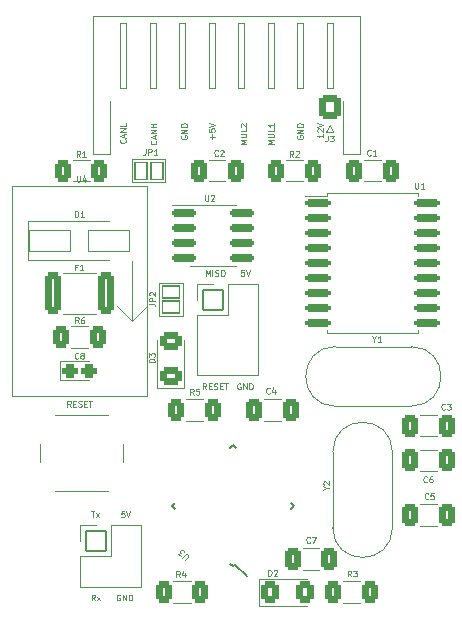
<source format=gto>
G04 #@! TF.GenerationSoftware,KiCad,Pcbnew,(6.0.9)*
G04 #@! TF.CreationDate,2023-01-15T18:07:45+00:00*
G04 #@! TF.ProjectId,CanBus-Radio-VAG,43616e42-7573-42d5-9261-64696f2d5641,1.0*
G04 #@! TF.SameCoordinates,Original*
G04 #@! TF.FileFunction,Legend,Top*
G04 #@! TF.FilePolarity,Positive*
%FSLAX46Y46*%
G04 Gerber Fmt 4.6, Leading zero omitted, Abs format (unit mm)*
G04 Created by KiCad (PCBNEW (6.0.9)) date 2023-01-15 18:07:45*
%MOMM*%
%LPD*%
G01*
G04 APERTURE LIST*
G04 Aperture macros list*
%AMRoundRect*
0 Rectangle with rounded corners*
0 $1 Rounding radius*
0 $2 $3 $4 $5 $6 $7 $8 $9 X,Y pos of 4 corners*
0 Add a 4 corners polygon primitive as box body*
4,1,4,$2,$3,$4,$5,$6,$7,$8,$9,$2,$3,0*
0 Add four circle primitives for the rounded corners*
1,1,$1+$1,$2,$3*
1,1,$1+$1,$4,$5*
1,1,$1+$1,$6,$7*
1,1,$1+$1,$8,$9*
0 Add four rect primitives between the rounded corners*
20,1,$1+$1,$2,$3,$4,$5,0*
20,1,$1+$1,$4,$5,$6,$7,0*
20,1,$1+$1,$6,$7,$8,$9,0*
20,1,$1+$1,$8,$9,$2,$3,0*%
G04 Aperture macros list end*
%ADD10C,0.125000*%
%ADD11C,0.120000*%
%ADD12C,0.150000*%
%ADD13C,2.102000*%
%ADD14C,4.502000*%
%ADD15RoundRect,0.051000X-1.750000X-0.900000X1.750000X-0.900000X1.750000X0.900000X-1.750000X0.900000X0*%
%ADD16RoundRect,0.051000X0.371231X0.760140X-0.760140X-0.371231X-0.371231X-0.760140X0.760140X0.371231X0*%
%ADD17RoundRect,0.051000X0.760140X-0.371231X-0.371231X0.760140X-0.760140X0.371231X0.371231X-0.760140X0*%
%ADD18C,1.602000*%
%ADD19RoundRect,0.201000X-0.825000X-0.150000X0.825000X-0.150000X0.825000X0.150000X-0.825000X0.150000X0*%
%ADD20RoundRect,0.201000X-0.875000X-0.150000X0.875000X-0.150000X0.875000X0.150000X-0.875000X0.150000X0*%
%ADD21RoundRect,0.301000X-0.400000X-0.625000X0.400000X-0.625000X0.400000X0.625000X-0.400000X0.625000X0*%
%ADD22RoundRect,0.301000X0.400000X0.625000X-0.400000X0.625000X-0.400000X-0.625000X0.400000X-0.625000X0*%
%ADD23RoundRect,0.051000X-0.750000X0.500000X-0.750000X-0.500000X0.750000X-0.500000X0.750000X0.500000X0*%
%ADD24RoundRect,0.051000X0.500000X0.750000X-0.500000X0.750000X-0.500000X-0.750000X0.500000X-0.750000X0*%
%ADD25O,1.802000X2.052000*%
%ADD26RoundRect,0.301000X0.600000X0.725000X-0.600000X0.725000X-0.600000X-0.725000X0.600000X-0.725000X0*%
%ADD27O,1.802000X1.802000*%
%ADD28RoundRect,0.051000X-0.850000X-0.850000X0.850000X-0.850000X0.850000X0.850000X-0.850000X0.850000X0*%
%ADD29RoundRect,0.301000X0.400000X1.450000X-0.400000X1.450000X-0.400000X-1.450000X0.400000X-1.450000X0*%
%ADD30RoundRect,0.301001X0.624999X-0.462499X0.624999X0.462499X-0.624999X0.462499X-0.624999X-0.462499X0*%
%ADD31RoundRect,0.301001X-0.462499X-0.624999X0.462499X-0.624999X0.462499X0.624999X-0.462499X0.624999X0*%
%ADD32RoundRect,0.301000X-0.375000X-0.275000X0.375000X-0.275000X0.375000X0.275000X-0.375000X0.275000X0*%
%ADD33RoundRect,0.301000X-0.412500X-0.650000X0.412500X-0.650000X0.412500X0.650000X-0.412500X0.650000X0*%
%ADD34RoundRect,0.301000X0.412500X0.650000X-0.412500X0.650000X-0.412500X-0.650000X0.412500X-0.650000X0*%
G04 APERTURE END LIST*
D10*
X98193990Y-54817923D02*
X98193990Y-55103638D01*
X98193990Y-54960780D02*
X97693990Y-54960780D01*
X97765419Y-55008400D01*
X97813038Y-55056019D01*
X97836847Y-55103638D01*
X97741609Y-54627447D02*
X97717800Y-54603638D01*
X97693990Y-54556019D01*
X97693990Y-54436971D01*
X97717800Y-54389352D01*
X97741609Y-54365542D01*
X97789228Y-54341733D01*
X97836847Y-54341733D01*
X97908276Y-54365542D01*
X98193990Y-54651257D01*
X98193990Y-54341733D01*
X97693990Y-54198876D02*
X98193990Y-54032209D01*
X97693990Y-53865542D01*
X95990600Y-54960781D02*
X95966790Y-55008400D01*
X95966790Y-55079829D01*
X95990600Y-55151257D01*
X96038219Y-55198876D01*
X96085838Y-55222686D01*
X96181076Y-55246495D01*
X96252504Y-55246495D01*
X96347742Y-55222686D01*
X96395361Y-55198876D01*
X96442980Y-55151257D01*
X96466790Y-55079829D01*
X96466790Y-55032209D01*
X96442980Y-54960781D01*
X96419171Y-54936971D01*
X96252504Y-54936971D01*
X96252504Y-55032209D01*
X96466790Y-54722686D02*
X95966790Y-54722686D01*
X96466790Y-54436971D01*
X95966790Y-54436971D01*
X96466790Y-54198876D02*
X95966790Y-54198876D01*
X95966790Y-54079829D01*
X95990600Y-54008400D01*
X96038219Y-53960781D01*
X96085838Y-53936971D01*
X96181076Y-53913162D01*
X96252504Y-53913162D01*
X96347742Y-53936971D01*
X96395361Y-53960781D01*
X96442980Y-54008400D01*
X96466790Y-54079829D01*
X96466790Y-54198876D01*
X94028390Y-55675066D02*
X93528390Y-55675066D01*
X93885533Y-55508399D01*
X93528390Y-55341733D01*
X94028390Y-55341733D01*
X93528390Y-55103638D02*
X93933152Y-55103638D01*
X93980771Y-55079828D01*
X94004580Y-55056019D01*
X94028390Y-55008399D01*
X94028390Y-54913161D01*
X94004580Y-54865542D01*
X93980771Y-54841733D01*
X93933152Y-54817923D01*
X93528390Y-54817923D01*
X94028390Y-54341733D02*
X94028390Y-54579828D01*
X93528390Y-54579828D01*
X94028390Y-53913161D02*
X94028390Y-54198876D01*
X94028390Y-54056019D02*
X93528390Y-54056019D01*
X93599819Y-54103638D01*
X93647438Y-54151257D01*
X93671247Y-54198876D01*
X91691590Y-55675066D02*
X91191590Y-55675066D01*
X91548733Y-55508399D01*
X91191590Y-55341733D01*
X91691590Y-55341733D01*
X91191590Y-55103638D02*
X91596352Y-55103638D01*
X91643971Y-55079828D01*
X91667780Y-55056019D01*
X91691590Y-55008399D01*
X91691590Y-54913161D01*
X91667780Y-54865542D01*
X91643971Y-54841733D01*
X91596352Y-54817923D01*
X91191590Y-54817923D01*
X91691590Y-54341733D02*
X91691590Y-54579828D01*
X91191590Y-54579828D01*
X91239209Y-54198876D02*
X91215400Y-54175066D01*
X91191590Y-54127447D01*
X91191590Y-54008399D01*
X91215400Y-53960780D01*
X91239209Y-53936971D01*
X91286828Y-53913161D01*
X91334447Y-53913161D01*
X91405876Y-53936971D01*
X91691590Y-54222685D01*
X91691590Y-53913161D01*
X88808714Y-55222686D02*
X88808714Y-54841733D01*
X88999190Y-55032209D02*
X88618238Y-55032209D01*
X88499190Y-54365543D02*
X88499190Y-54603638D01*
X88737285Y-54627448D01*
X88713476Y-54603638D01*
X88689666Y-54556019D01*
X88689666Y-54436971D01*
X88713476Y-54389352D01*
X88737285Y-54365543D01*
X88784904Y-54341733D01*
X88903952Y-54341733D01*
X88951571Y-54365543D01*
X88975380Y-54389352D01*
X88999190Y-54436971D01*
X88999190Y-54556019D01*
X88975380Y-54603638D01*
X88951571Y-54627448D01*
X88499190Y-54198876D02*
X88999190Y-54032209D01*
X88499190Y-53865543D01*
X86186200Y-54960781D02*
X86162390Y-55008400D01*
X86162390Y-55079829D01*
X86186200Y-55151257D01*
X86233819Y-55198876D01*
X86281438Y-55222686D01*
X86376676Y-55246495D01*
X86448104Y-55246495D01*
X86543342Y-55222686D01*
X86590961Y-55198876D01*
X86638580Y-55151257D01*
X86662390Y-55079829D01*
X86662390Y-55032209D01*
X86638580Y-54960781D01*
X86614771Y-54936971D01*
X86448104Y-54936971D01*
X86448104Y-55032209D01*
X86662390Y-54722686D02*
X86162390Y-54722686D01*
X86662390Y-54436971D01*
X86162390Y-54436971D01*
X86662390Y-54198876D02*
X86162390Y-54198876D01*
X86162390Y-54079829D01*
X86186200Y-54008400D01*
X86233819Y-53960781D01*
X86281438Y-53936971D01*
X86376676Y-53913162D01*
X86448104Y-53913162D01*
X86543342Y-53936971D01*
X86590961Y-53960781D01*
X86638580Y-54008400D01*
X86662390Y-54079829D01*
X86662390Y-54198876D01*
X84023971Y-55389352D02*
X84047780Y-55413161D01*
X84071590Y-55484590D01*
X84071590Y-55532209D01*
X84047780Y-55603638D01*
X84000161Y-55651257D01*
X83952542Y-55675066D01*
X83857304Y-55698876D01*
X83785876Y-55698876D01*
X83690638Y-55675066D01*
X83643019Y-55651257D01*
X83595400Y-55603638D01*
X83571590Y-55532209D01*
X83571590Y-55484590D01*
X83595400Y-55413161D01*
X83619209Y-55389352D01*
X83928733Y-55198876D02*
X83928733Y-54960780D01*
X84071590Y-55246495D02*
X83571590Y-55079828D01*
X84071590Y-54913161D01*
X84071590Y-54746495D02*
X83571590Y-54746495D01*
X84071590Y-54460780D01*
X83571590Y-54460780D01*
X84071590Y-54222685D02*
X83571590Y-54222685D01*
X83809685Y-54222685D02*
X83809685Y-53936971D01*
X84071590Y-53936971D02*
X83571590Y-53936971D01*
X81433171Y-55270305D02*
X81456980Y-55294115D01*
X81480790Y-55365543D01*
X81480790Y-55413162D01*
X81456980Y-55484591D01*
X81409361Y-55532210D01*
X81361742Y-55556019D01*
X81266504Y-55579829D01*
X81195076Y-55579829D01*
X81099838Y-55556019D01*
X81052219Y-55532210D01*
X81004600Y-55484591D01*
X80980790Y-55413162D01*
X80980790Y-55365543D01*
X81004600Y-55294115D01*
X81028409Y-55270305D01*
X81337933Y-55079829D02*
X81337933Y-54841734D01*
X81480790Y-55127448D02*
X80980790Y-54960781D01*
X81480790Y-54794115D01*
X81480790Y-54627448D02*
X80980790Y-54627448D01*
X81480790Y-54341734D01*
X80980790Y-54341734D01*
X81480790Y-53865543D02*
X81480790Y-54103638D01*
X80980790Y-54103638D01*
X76820009Y-77899390D02*
X76653342Y-77661295D01*
X76534295Y-77899390D02*
X76534295Y-77399390D01*
X76724771Y-77399390D01*
X76772390Y-77423200D01*
X76796200Y-77447009D01*
X76820009Y-77494628D01*
X76820009Y-77566057D01*
X76796200Y-77613676D01*
X76772390Y-77637485D01*
X76724771Y-77661295D01*
X76534295Y-77661295D01*
X77034295Y-77637485D02*
X77200961Y-77637485D01*
X77272390Y-77899390D02*
X77034295Y-77899390D01*
X77034295Y-77399390D01*
X77272390Y-77399390D01*
X77462866Y-77875580D02*
X77534295Y-77899390D01*
X77653342Y-77899390D01*
X77700961Y-77875580D01*
X77724771Y-77851771D01*
X77748580Y-77804152D01*
X77748580Y-77756533D01*
X77724771Y-77708914D01*
X77700961Y-77685104D01*
X77653342Y-77661295D01*
X77558104Y-77637485D01*
X77510485Y-77613676D01*
X77486676Y-77589866D01*
X77462866Y-77542247D01*
X77462866Y-77494628D01*
X77486676Y-77447009D01*
X77510485Y-77423200D01*
X77558104Y-77399390D01*
X77677152Y-77399390D01*
X77748580Y-77423200D01*
X77962866Y-77637485D02*
X78129533Y-77637485D01*
X78200961Y-77899390D02*
X77962866Y-77899390D01*
X77962866Y-77399390D01*
X78200961Y-77399390D01*
X78343819Y-77399390D02*
X78629533Y-77399390D01*
X78486676Y-77899390D02*
X78486676Y-77399390D01*
X91186047Y-75950000D02*
X91138428Y-75926190D01*
X91067000Y-75926190D01*
X90995571Y-75950000D01*
X90947952Y-75997619D01*
X90924142Y-76045238D01*
X90900333Y-76140476D01*
X90900333Y-76211904D01*
X90924142Y-76307142D01*
X90947952Y-76354761D01*
X90995571Y-76402380D01*
X91067000Y-76426190D01*
X91114619Y-76426190D01*
X91186047Y-76402380D01*
X91209857Y-76378571D01*
X91209857Y-76211904D01*
X91114619Y-76211904D01*
X91424142Y-76426190D02*
X91424142Y-75926190D01*
X91709857Y-76426190D01*
X91709857Y-75926190D01*
X91947952Y-76426190D02*
X91947952Y-75926190D01*
X92067000Y-75926190D01*
X92138428Y-75950000D01*
X92186047Y-75997619D01*
X92209857Y-76045238D01*
X92233666Y-76140476D01*
X92233666Y-76211904D01*
X92209857Y-76307142D01*
X92186047Y-76354761D01*
X92138428Y-76402380D01*
X92067000Y-76426190D01*
X91947952Y-76426190D01*
X88300809Y-76426190D02*
X88134142Y-76188095D01*
X88015095Y-76426190D02*
X88015095Y-75926190D01*
X88205571Y-75926190D01*
X88253190Y-75950000D01*
X88277000Y-75973809D01*
X88300809Y-76021428D01*
X88300809Y-76092857D01*
X88277000Y-76140476D01*
X88253190Y-76164285D01*
X88205571Y-76188095D01*
X88015095Y-76188095D01*
X88515095Y-76164285D02*
X88681761Y-76164285D01*
X88753190Y-76426190D02*
X88515095Y-76426190D01*
X88515095Y-75926190D01*
X88753190Y-75926190D01*
X88943666Y-76402380D02*
X89015095Y-76426190D01*
X89134142Y-76426190D01*
X89181761Y-76402380D01*
X89205571Y-76378571D01*
X89229380Y-76330952D01*
X89229380Y-76283333D01*
X89205571Y-76235714D01*
X89181761Y-76211904D01*
X89134142Y-76188095D01*
X89038904Y-76164285D01*
X88991285Y-76140476D01*
X88967476Y-76116666D01*
X88943666Y-76069047D01*
X88943666Y-76021428D01*
X88967476Y-75973809D01*
X88991285Y-75950000D01*
X89038904Y-75926190D01*
X89157952Y-75926190D01*
X89229380Y-75950000D01*
X89443666Y-76164285D02*
X89610333Y-76164285D01*
X89681761Y-76426190D02*
X89443666Y-76426190D01*
X89443666Y-75926190D01*
X89681761Y-75926190D01*
X89824619Y-75926190D02*
X90110333Y-75926190D01*
X89967476Y-76426190D02*
X89967476Y-75926190D01*
X91471761Y-66324990D02*
X91233666Y-66324990D01*
X91209857Y-66563085D01*
X91233666Y-66539276D01*
X91281285Y-66515466D01*
X91400333Y-66515466D01*
X91447952Y-66539276D01*
X91471761Y-66563085D01*
X91495571Y-66610704D01*
X91495571Y-66729752D01*
X91471761Y-66777371D01*
X91447952Y-66801180D01*
X91400333Y-66824990D01*
X91281285Y-66824990D01*
X91233666Y-66801180D01*
X91209857Y-66777371D01*
X91638428Y-66324990D02*
X91805095Y-66824990D01*
X91971761Y-66324990D01*
X88241285Y-66824990D02*
X88241285Y-66324990D01*
X88407952Y-66682133D01*
X88574619Y-66324990D01*
X88574619Y-66824990D01*
X88812714Y-66824990D02*
X88812714Y-66324990D01*
X89027000Y-66801180D02*
X89098428Y-66824990D01*
X89217476Y-66824990D01*
X89265095Y-66801180D01*
X89288904Y-66777371D01*
X89312714Y-66729752D01*
X89312714Y-66682133D01*
X89288904Y-66634514D01*
X89265095Y-66610704D01*
X89217476Y-66586895D01*
X89122238Y-66563085D01*
X89074619Y-66539276D01*
X89050809Y-66515466D01*
X89027000Y-66467847D01*
X89027000Y-66420228D01*
X89050809Y-66372609D01*
X89074619Y-66348800D01*
X89122238Y-66324990D01*
X89241285Y-66324990D01*
X89312714Y-66348800D01*
X89622238Y-66324990D02*
X89717476Y-66324990D01*
X89765095Y-66348800D01*
X89812714Y-66396419D01*
X89836523Y-66491657D01*
X89836523Y-66658323D01*
X89812714Y-66753561D01*
X89765095Y-66801180D01*
X89717476Y-66824990D01*
X89622238Y-66824990D01*
X89574619Y-66801180D01*
X89527000Y-66753561D01*
X89503190Y-66658323D01*
X89503190Y-66491657D01*
X89527000Y-66396419D01*
X89574619Y-66348800D01*
X89622238Y-66324990D01*
X81362561Y-86746590D02*
X81124466Y-86746590D01*
X81100657Y-86984685D01*
X81124466Y-86960876D01*
X81172085Y-86937066D01*
X81291133Y-86937066D01*
X81338752Y-86960876D01*
X81362561Y-86984685D01*
X81386371Y-87032304D01*
X81386371Y-87151352D01*
X81362561Y-87198971D01*
X81338752Y-87222780D01*
X81291133Y-87246590D01*
X81172085Y-87246590D01*
X81124466Y-87222780D01*
X81100657Y-87198971D01*
X81529228Y-86746590D02*
X81695895Y-87246590D01*
X81862561Y-86746590D01*
X80975247Y-93831600D02*
X80927628Y-93807790D01*
X80856200Y-93807790D01*
X80784771Y-93831600D01*
X80737152Y-93879219D01*
X80713342Y-93926838D01*
X80689533Y-94022076D01*
X80689533Y-94093504D01*
X80713342Y-94188742D01*
X80737152Y-94236361D01*
X80784771Y-94283980D01*
X80856200Y-94307790D01*
X80903819Y-94307790D01*
X80975247Y-94283980D01*
X80999057Y-94260171D01*
X80999057Y-94093504D01*
X80903819Y-94093504D01*
X81213342Y-94307790D02*
X81213342Y-93807790D01*
X81499057Y-94307790D01*
X81499057Y-93807790D01*
X81737152Y-94307790D02*
X81737152Y-93807790D01*
X81856200Y-93807790D01*
X81927628Y-93831600D01*
X81975247Y-93879219D01*
X81999057Y-93926838D01*
X82022866Y-94022076D01*
X82022866Y-94093504D01*
X81999057Y-94188742D01*
X81975247Y-94236361D01*
X81927628Y-94283980D01*
X81856200Y-94307790D01*
X81737152Y-94307790D01*
X78870180Y-94307790D02*
X78703514Y-94069695D01*
X78584466Y-94307790D02*
X78584466Y-93807790D01*
X78774942Y-93807790D01*
X78822561Y-93831600D01*
X78846371Y-93855409D01*
X78870180Y-93903028D01*
X78870180Y-93974457D01*
X78846371Y-94022076D01*
X78822561Y-94045885D01*
X78774942Y-94069695D01*
X78584466Y-94069695D01*
X79036847Y-94307790D02*
X79298752Y-93974457D01*
X79036847Y-93974457D02*
X79298752Y-94307790D01*
X78521761Y-86746590D02*
X78807476Y-86746590D01*
X78664619Y-87246590D02*
X78664619Y-86746590D01*
X78926523Y-87246590D02*
X79188428Y-86913257D01*
X78926523Y-86913257D02*
X79188428Y-87246590D01*
X77317647Y-58349390D02*
X77317647Y-58754152D01*
X77341457Y-58801771D01*
X77365266Y-58825580D01*
X77412885Y-58849390D01*
X77508123Y-58849390D01*
X77555742Y-58825580D01*
X77579552Y-58801771D01*
X77603361Y-58754152D01*
X77603361Y-58349390D01*
X78055742Y-58516057D02*
X78055742Y-58849390D01*
X77936695Y-58325580D02*
X77817647Y-58682723D01*
X78127171Y-58682723D01*
X77177152Y-61846590D02*
X77177152Y-61346590D01*
X77296200Y-61346590D01*
X77367628Y-61370400D01*
X77415247Y-61418019D01*
X77439057Y-61465638D01*
X77462866Y-61560876D01*
X77462866Y-61632304D01*
X77439057Y-61727542D01*
X77415247Y-61775161D01*
X77367628Y-61822780D01*
X77296200Y-61846590D01*
X77177152Y-61846590D01*
X77939057Y-61846590D02*
X77653342Y-61846590D01*
X77796200Y-61846590D02*
X77796200Y-61346590D01*
X77748580Y-61418019D01*
X77700961Y-61465638D01*
X77653342Y-61489447D01*
X86461161Y-90886986D02*
X86747371Y-90600776D01*
X86764207Y-90550269D01*
X86764207Y-90516597D01*
X86747371Y-90466089D01*
X86680027Y-90398746D01*
X86629520Y-90381910D01*
X86595848Y-90381910D01*
X86545340Y-90398746D01*
X86259130Y-90684956D01*
X86124443Y-90550269D02*
X85905577Y-90331402D01*
X86158115Y-90314566D01*
X86107608Y-90264059D01*
X86090772Y-90213551D01*
X86090772Y-90179879D01*
X86107608Y-90129372D01*
X86191787Y-90045192D01*
X86242295Y-90028356D01*
X86275966Y-90028356D01*
X86326474Y-90045192D01*
X86427489Y-90146208D01*
X86444325Y-90196715D01*
X86444325Y-90230387D01*
X98463895Y-84820095D02*
X98701990Y-84820095D01*
X98201990Y-84986761D02*
X98463895Y-84820095D01*
X98201990Y-84653428D01*
X98249609Y-84510571D02*
X98225800Y-84486761D01*
X98201990Y-84439142D01*
X98201990Y-84320095D01*
X98225800Y-84272476D01*
X98249609Y-84248666D01*
X98297228Y-84224857D01*
X98344847Y-84224857D01*
X98416276Y-84248666D01*
X98701990Y-84534380D01*
X98701990Y-84224857D01*
X102504904Y-72174895D02*
X102504904Y-72412990D01*
X102338238Y-71912990D02*
X102504904Y-72174895D01*
X102671571Y-71912990D01*
X103100142Y-72412990D02*
X102814428Y-72412990D01*
X102957285Y-72412990D02*
X102957285Y-71912990D01*
X102909666Y-71984419D01*
X102862047Y-72032038D01*
X102814428Y-72055847D01*
X88188847Y-59974990D02*
X88188847Y-60379752D01*
X88212657Y-60427371D01*
X88236466Y-60451180D01*
X88284085Y-60474990D01*
X88379323Y-60474990D01*
X88426942Y-60451180D01*
X88450752Y-60427371D01*
X88474561Y-60379752D01*
X88474561Y-59974990D01*
X88688847Y-60022609D02*
X88712657Y-59998800D01*
X88760276Y-59974990D01*
X88879323Y-59974990D01*
X88926942Y-59998800D01*
X88950752Y-60022609D01*
X88974561Y-60070228D01*
X88974561Y-60117847D01*
X88950752Y-60189276D01*
X88665038Y-60474990D01*
X88974561Y-60474990D01*
X105968847Y-58933590D02*
X105968847Y-59338352D01*
X105992657Y-59385971D01*
X106016466Y-59409780D01*
X106064085Y-59433590D01*
X106159323Y-59433590D01*
X106206942Y-59409780D01*
X106230752Y-59385971D01*
X106254561Y-59338352D01*
X106254561Y-58933590D01*
X106754561Y-59433590D02*
X106468847Y-59433590D01*
X106611704Y-59433590D02*
X106611704Y-58933590D01*
X106564085Y-59005019D01*
X106516466Y-59052638D01*
X106468847Y-59076447D01*
X77488266Y-70838190D02*
X77321600Y-70600095D01*
X77202552Y-70838190D02*
X77202552Y-70338190D01*
X77393028Y-70338190D01*
X77440647Y-70362000D01*
X77464457Y-70385809D01*
X77488266Y-70433428D01*
X77488266Y-70504857D01*
X77464457Y-70552476D01*
X77440647Y-70576285D01*
X77393028Y-70600095D01*
X77202552Y-70600095D01*
X77916838Y-70338190D02*
X77821600Y-70338190D01*
X77773980Y-70362000D01*
X77750171Y-70385809D01*
X77702552Y-70457238D01*
X77678742Y-70552476D01*
X77678742Y-70742952D01*
X77702552Y-70790571D01*
X77726361Y-70814380D01*
X77773980Y-70838190D01*
X77869219Y-70838190D01*
X77916838Y-70814380D01*
X77940647Y-70790571D01*
X77964457Y-70742952D01*
X77964457Y-70623904D01*
X77940647Y-70576285D01*
X77916838Y-70552476D01*
X77869219Y-70528666D01*
X77773980Y-70528666D01*
X77726361Y-70552476D01*
X77702552Y-70576285D01*
X77678742Y-70623904D01*
X87216466Y-76870690D02*
X87049800Y-76632595D01*
X86930752Y-76870690D02*
X86930752Y-76370690D01*
X87121228Y-76370690D01*
X87168847Y-76394500D01*
X87192657Y-76418309D01*
X87216466Y-76465928D01*
X87216466Y-76537357D01*
X87192657Y-76584976D01*
X87168847Y-76608785D01*
X87121228Y-76632595D01*
X86930752Y-76632595D01*
X87668847Y-76370690D02*
X87430752Y-76370690D01*
X87406942Y-76608785D01*
X87430752Y-76584976D01*
X87478371Y-76561166D01*
X87597419Y-76561166D01*
X87645038Y-76584976D01*
X87668847Y-76608785D01*
X87692657Y-76656404D01*
X87692657Y-76775452D01*
X87668847Y-76823071D01*
X87645038Y-76846880D01*
X87597419Y-76870690D01*
X87478371Y-76870690D01*
X87430752Y-76846880D01*
X87406942Y-76823071D01*
X86048066Y-92326590D02*
X85881400Y-92088495D01*
X85762352Y-92326590D02*
X85762352Y-91826590D01*
X85952828Y-91826590D01*
X86000447Y-91850400D01*
X86024257Y-91874209D01*
X86048066Y-91921828D01*
X86048066Y-91993257D01*
X86024257Y-92040876D01*
X86000447Y-92064685D01*
X85952828Y-92088495D01*
X85762352Y-92088495D01*
X86476638Y-91993257D02*
X86476638Y-92326590D01*
X86357590Y-91802780D02*
X86238542Y-92159923D01*
X86548066Y-92159923D01*
X100576866Y-92275790D02*
X100410200Y-92037695D01*
X100291152Y-92275790D02*
X100291152Y-91775790D01*
X100481628Y-91775790D01*
X100529247Y-91799600D01*
X100553057Y-91823409D01*
X100576866Y-91871028D01*
X100576866Y-91942457D01*
X100553057Y-91990076D01*
X100529247Y-92013885D01*
X100481628Y-92037695D01*
X100291152Y-92037695D01*
X100743533Y-91775790D02*
X101053057Y-91775790D01*
X100886390Y-91966266D01*
X100957819Y-91966266D01*
X101005438Y-91990076D01*
X101029247Y-92013885D01*
X101053057Y-92061504D01*
X101053057Y-92180552D01*
X101029247Y-92228171D01*
X101005438Y-92251980D01*
X100957819Y-92275790D01*
X100814961Y-92275790D01*
X100767342Y-92251980D01*
X100743533Y-92228171D01*
X95660866Y-56741190D02*
X95494200Y-56503095D01*
X95375152Y-56741190D02*
X95375152Y-56241190D01*
X95565628Y-56241190D01*
X95613247Y-56265000D01*
X95637057Y-56288809D01*
X95660866Y-56336428D01*
X95660866Y-56407857D01*
X95637057Y-56455476D01*
X95613247Y-56479285D01*
X95565628Y-56503095D01*
X95375152Y-56503095D01*
X95851342Y-56288809D02*
X95875152Y-56265000D01*
X95922771Y-56241190D01*
X96041819Y-56241190D01*
X96089438Y-56265000D01*
X96113247Y-56288809D01*
X96137057Y-56336428D01*
X96137057Y-56384047D01*
X96113247Y-56455476D01*
X95827533Y-56741190D01*
X96137057Y-56741190D01*
X77615266Y-56741190D02*
X77448600Y-56503095D01*
X77329552Y-56741190D02*
X77329552Y-56241190D01*
X77520028Y-56241190D01*
X77567647Y-56265000D01*
X77591457Y-56288809D01*
X77615266Y-56336428D01*
X77615266Y-56407857D01*
X77591457Y-56455476D01*
X77567647Y-56479285D01*
X77520028Y-56503095D01*
X77329552Y-56503095D01*
X78091457Y-56741190D02*
X77805742Y-56741190D01*
X77948600Y-56741190D02*
X77948600Y-56241190D01*
X77900980Y-56312619D01*
X77853361Y-56360238D01*
X77805742Y-56384047D01*
X83469990Y-69199866D02*
X83827133Y-69199866D01*
X83898561Y-69223676D01*
X83946180Y-69271295D01*
X83969990Y-69342723D01*
X83969990Y-69390342D01*
X83969990Y-68961771D02*
X83469990Y-68961771D01*
X83469990Y-68771295D01*
X83493800Y-68723676D01*
X83517609Y-68699866D01*
X83565228Y-68676057D01*
X83636657Y-68676057D01*
X83684276Y-68699866D01*
X83708085Y-68723676D01*
X83731895Y-68771295D01*
X83731895Y-68961771D01*
X83517609Y-68485580D02*
X83493800Y-68461771D01*
X83469990Y-68414152D01*
X83469990Y-68295104D01*
X83493800Y-68247485D01*
X83517609Y-68223676D01*
X83565228Y-68199866D01*
X83612847Y-68199866D01*
X83684276Y-68223676D01*
X83969990Y-68509390D01*
X83969990Y-68199866D01*
X83145933Y-56076090D02*
X83145933Y-56433233D01*
X83122123Y-56504661D01*
X83074504Y-56552280D01*
X83003076Y-56576090D01*
X82955457Y-56576090D01*
X83384028Y-56576090D02*
X83384028Y-56076090D01*
X83574504Y-56076090D01*
X83622123Y-56099900D01*
X83645933Y-56123709D01*
X83669742Y-56171328D01*
X83669742Y-56242757D01*
X83645933Y-56290376D01*
X83622123Y-56314185D01*
X83574504Y-56337995D01*
X83384028Y-56337995D01*
X84145933Y-56576090D02*
X83860219Y-56576090D01*
X84003076Y-56576090D02*
X84003076Y-56076090D01*
X83955457Y-56147519D01*
X83907838Y-56195138D01*
X83860219Y-56218947D01*
X98563133Y-54945790D02*
X98563133Y-55302933D01*
X98539323Y-55374361D01*
X98491704Y-55421980D01*
X98420276Y-55445790D01*
X98372657Y-55445790D01*
X98753609Y-54945790D02*
X99063133Y-54945790D01*
X98896466Y-55136266D01*
X98967895Y-55136266D01*
X99015514Y-55160076D01*
X99039323Y-55183885D01*
X99063133Y-55231504D01*
X99063133Y-55350552D01*
X99039323Y-55398171D01*
X99015514Y-55421980D01*
X98967895Y-55445790D01*
X98825038Y-55445790D01*
X98777419Y-55421980D01*
X98753609Y-55398171D01*
X77354133Y-66105885D02*
X77187466Y-66105885D01*
X77187466Y-66367790D02*
X77187466Y-65867790D01*
X77425561Y-65867790D01*
X77877942Y-66367790D02*
X77592228Y-66367790D01*
X77735085Y-66367790D02*
X77735085Y-65867790D01*
X77687466Y-65939219D01*
X77639847Y-65986838D01*
X77592228Y-66010647D01*
X83919190Y-74130647D02*
X83419190Y-74130647D01*
X83419190Y-74011600D01*
X83443000Y-73940171D01*
X83490619Y-73892552D01*
X83538238Y-73868742D01*
X83633476Y-73844933D01*
X83704904Y-73844933D01*
X83800142Y-73868742D01*
X83847761Y-73892552D01*
X83895380Y-73940171D01*
X83919190Y-74011600D01*
X83919190Y-74130647D01*
X83419190Y-73678266D02*
X83419190Y-73368742D01*
X83609666Y-73535409D01*
X83609666Y-73463980D01*
X83633476Y-73416361D01*
X83657285Y-73392552D01*
X83704904Y-73368742D01*
X83823952Y-73368742D01*
X83871571Y-73392552D01*
X83895380Y-73416361D01*
X83919190Y-73463980D01*
X83919190Y-73606838D01*
X83895380Y-73654457D01*
X83871571Y-73678266D01*
X93534752Y-92224990D02*
X93534752Y-91724990D01*
X93653800Y-91724990D01*
X93725228Y-91748800D01*
X93772847Y-91796419D01*
X93796657Y-91844038D01*
X93820466Y-91939276D01*
X93820466Y-92010704D01*
X93796657Y-92105942D01*
X93772847Y-92153561D01*
X93725228Y-92201180D01*
X93653800Y-92224990D01*
X93534752Y-92224990D01*
X94010942Y-91772609D02*
X94034752Y-91748800D01*
X94082371Y-91724990D01*
X94201419Y-91724990D01*
X94249038Y-91748800D01*
X94272847Y-91772609D01*
X94296657Y-91820228D01*
X94296657Y-91867847D01*
X94272847Y-91939276D01*
X93987133Y-92224990D01*
X94296657Y-92224990D01*
X77444766Y-73787771D02*
X77420957Y-73811580D01*
X77349528Y-73835390D01*
X77301909Y-73835390D01*
X77230480Y-73811580D01*
X77182861Y-73763961D01*
X77159052Y-73716342D01*
X77135242Y-73621104D01*
X77135242Y-73549676D01*
X77159052Y-73454438D01*
X77182861Y-73406819D01*
X77230480Y-73359200D01*
X77301909Y-73335390D01*
X77349528Y-73335390D01*
X77420957Y-73359200D01*
X77444766Y-73383009D01*
X77730480Y-73549676D02*
X77682861Y-73525866D01*
X77659052Y-73502057D01*
X77635242Y-73454438D01*
X77635242Y-73430628D01*
X77659052Y-73383009D01*
X77682861Y-73359200D01*
X77730480Y-73335390D01*
X77825719Y-73335390D01*
X77873338Y-73359200D01*
X77897147Y-73383009D01*
X77920957Y-73430628D01*
X77920957Y-73454438D01*
X77897147Y-73502057D01*
X77873338Y-73525866D01*
X77825719Y-73549676D01*
X77730480Y-73549676D01*
X77682861Y-73573485D01*
X77659052Y-73597295D01*
X77635242Y-73644914D01*
X77635242Y-73740152D01*
X77659052Y-73787771D01*
X77682861Y-73811580D01*
X77730480Y-73835390D01*
X77825719Y-73835390D01*
X77873338Y-73811580D01*
X77897147Y-73787771D01*
X77920957Y-73740152D01*
X77920957Y-73644914D01*
X77897147Y-73597295D01*
X77873338Y-73573485D01*
X77825719Y-73549676D01*
X97071666Y-89383371D02*
X97047857Y-89407180D01*
X96976428Y-89430990D01*
X96928809Y-89430990D01*
X96857380Y-89407180D01*
X96809761Y-89359561D01*
X96785952Y-89311942D01*
X96762142Y-89216704D01*
X96762142Y-89145276D01*
X96785952Y-89050038D01*
X96809761Y-89002419D01*
X96857380Y-88954800D01*
X96928809Y-88930990D01*
X96976428Y-88930990D01*
X97047857Y-88954800D01*
X97071666Y-88978609D01*
X97238333Y-88930990D02*
X97571666Y-88930990D01*
X97357380Y-89430990D01*
X106977666Y-84252571D02*
X106953857Y-84276380D01*
X106882428Y-84300190D01*
X106834809Y-84300190D01*
X106763380Y-84276380D01*
X106715761Y-84228761D01*
X106691952Y-84181142D01*
X106668142Y-84085904D01*
X106668142Y-84014476D01*
X106691952Y-83919238D01*
X106715761Y-83871619D01*
X106763380Y-83824000D01*
X106834809Y-83800190D01*
X106882428Y-83800190D01*
X106953857Y-83824000D01*
X106977666Y-83847809D01*
X107406238Y-83800190D02*
X107311000Y-83800190D01*
X107263380Y-83824000D01*
X107239571Y-83847809D01*
X107191952Y-83919238D01*
X107168142Y-84014476D01*
X107168142Y-84204952D01*
X107191952Y-84252571D01*
X107215761Y-84276380D01*
X107263380Y-84300190D01*
X107358619Y-84300190D01*
X107406238Y-84276380D01*
X107430047Y-84252571D01*
X107453857Y-84204952D01*
X107453857Y-84085904D01*
X107430047Y-84038285D01*
X107406238Y-84014476D01*
X107358619Y-83990666D01*
X107263380Y-83990666D01*
X107215761Y-84014476D01*
X107191952Y-84038285D01*
X107168142Y-84085904D01*
X107079266Y-85674971D02*
X107055457Y-85698780D01*
X106984028Y-85722590D01*
X106936409Y-85722590D01*
X106864980Y-85698780D01*
X106817361Y-85651161D01*
X106793552Y-85603542D01*
X106769742Y-85508304D01*
X106769742Y-85436876D01*
X106793552Y-85341638D01*
X106817361Y-85294019D01*
X106864980Y-85246400D01*
X106936409Y-85222590D01*
X106984028Y-85222590D01*
X107055457Y-85246400D01*
X107079266Y-85270209D01*
X107531647Y-85222590D02*
X107293552Y-85222590D01*
X107269742Y-85460685D01*
X107293552Y-85436876D01*
X107341171Y-85413066D01*
X107460219Y-85413066D01*
X107507838Y-85436876D01*
X107531647Y-85460685D01*
X107555457Y-85508304D01*
X107555457Y-85627352D01*
X107531647Y-85674971D01*
X107507838Y-85698780D01*
X107460219Y-85722590D01*
X107341171Y-85722590D01*
X107293552Y-85698780D01*
X107269742Y-85674971D01*
X93668066Y-76746871D02*
X93644257Y-76770680D01*
X93572828Y-76794490D01*
X93525209Y-76794490D01*
X93453780Y-76770680D01*
X93406161Y-76723061D01*
X93382352Y-76675442D01*
X93358542Y-76580204D01*
X93358542Y-76508776D01*
X93382352Y-76413538D01*
X93406161Y-76365919D01*
X93453780Y-76318300D01*
X93525209Y-76294490D01*
X93572828Y-76294490D01*
X93644257Y-76318300D01*
X93668066Y-76342109D01*
X94096638Y-76461157D02*
X94096638Y-76794490D01*
X93977590Y-76270680D02*
X93858542Y-76627823D01*
X94168066Y-76627823D01*
X108501666Y-78105771D02*
X108477857Y-78129580D01*
X108406428Y-78153390D01*
X108358809Y-78153390D01*
X108287380Y-78129580D01*
X108239761Y-78081961D01*
X108215952Y-78034342D01*
X108192142Y-77939104D01*
X108192142Y-77867676D01*
X108215952Y-77772438D01*
X108239761Y-77724819D01*
X108287380Y-77677200D01*
X108358809Y-77653390D01*
X108406428Y-77653390D01*
X108477857Y-77677200D01*
X108501666Y-77701009D01*
X108668333Y-77653390D02*
X108977857Y-77653390D01*
X108811190Y-77843866D01*
X108882619Y-77843866D01*
X108930238Y-77867676D01*
X108954047Y-77891485D01*
X108977857Y-77939104D01*
X108977857Y-78058152D01*
X108954047Y-78105771D01*
X108930238Y-78129580D01*
X108882619Y-78153390D01*
X108739761Y-78153390D01*
X108692142Y-78129580D01*
X108668333Y-78105771D01*
X89284366Y-56617371D02*
X89260557Y-56641180D01*
X89189128Y-56664990D01*
X89141509Y-56664990D01*
X89070080Y-56641180D01*
X89022461Y-56593561D01*
X88998652Y-56545942D01*
X88974842Y-56450704D01*
X88974842Y-56379276D01*
X88998652Y-56284038D01*
X89022461Y-56236419D01*
X89070080Y-56188800D01*
X89141509Y-56164990D01*
X89189128Y-56164990D01*
X89260557Y-56188800D01*
X89284366Y-56212609D01*
X89474842Y-56212609D02*
X89498652Y-56188800D01*
X89546271Y-56164990D01*
X89665319Y-56164990D01*
X89712938Y-56188800D01*
X89736747Y-56212609D01*
X89760557Y-56260228D01*
X89760557Y-56307847D01*
X89736747Y-56379276D01*
X89451033Y-56664990D01*
X89760557Y-56664990D01*
X102215166Y-56591971D02*
X102191357Y-56615780D01*
X102119928Y-56639590D01*
X102072309Y-56639590D01*
X102000880Y-56615780D01*
X101953261Y-56568161D01*
X101929452Y-56520542D01*
X101905642Y-56425304D01*
X101905642Y-56353876D01*
X101929452Y-56258638D01*
X101953261Y-56211019D01*
X102000880Y-56163400D01*
X102072309Y-56139590D01*
X102119928Y-56139590D01*
X102191357Y-56163400D01*
X102215166Y-56187209D01*
X102691357Y-56639590D02*
X102405642Y-56639590D01*
X102548500Y-56639590D02*
X102548500Y-56139590D01*
X102500880Y-56211019D01*
X102453261Y-56258638D01*
X102405642Y-56282447D01*
D11*
X81978500Y-70612000D02*
X80708500Y-69342000D01*
X83248500Y-69342000D02*
X81978500Y-70612000D01*
X81978500Y-70612000D02*
X83248500Y-69342000D01*
X81978500Y-65532000D02*
X81978500Y-70612000D01*
X83248500Y-76962000D02*
X83248500Y-59182000D01*
X71818500Y-76962000D02*
X83248500Y-76962000D01*
X71818500Y-59182000D02*
X71818500Y-76962000D01*
X83248500Y-59182000D02*
X71818500Y-59182000D01*
X73171600Y-62218300D02*
X73171600Y-65518300D01*
X73171600Y-65518300D02*
X80071600Y-65518300D01*
X73171600Y-62218300D02*
X80071600Y-62218300D01*
D12*
X90710099Y-91263925D02*
X91717726Y-92271552D01*
X85424476Y-86296500D02*
X85654286Y-86526310D01*
X90551000Y-81169976D02*
X90780810Y-81399786D01*
X95677524Y-86296500D02*
X95447714Y-86066690D01*
X90551000Y-91423024D02*
X90321190Y-91193214D01*
X95677524Y-86296500D02*
X95447714Y-86526310D01*
X90551000Y-81169976D02*
X90321190Y-81399786D01*
X85424476Y-86296500D02*
X85654286Y-86066690D01*
X90551000Y-91423024D02*
X90710099Y-91263925D01*
D11*
X98998800Y-81739200D02*
X98998800Y-88139200D01*
X104048800Y-81739200D02*
X104048800Y-88139200D01*
X98998800Y-88139200D02*
G75*
G03*
X104048800Y-88139200I2525000J0D01*
G01*
X104048800Y-81739200D02*
G75*
G03*
X98998800Y-81739200I-2525000J0D01*
G01*
X105636600Y-72811400D02*
X99236600Y-72811400D01*
X105636600Y-77861400D02*
X99236600Y-77861400D01*
X99236600Y-72811400D02*
G75*
G03*
X99236600Y-77861400I0J-2525000D01*
G01*
X105636600Y-77861400D02*
G75*
G03*
X105636600Y-72811400I0J2525000D01*
G01*
X88874600Y-60838400D02*
X85424600Y-60838400D01*
X88874600Y-60838400D02*
X90824600Y-60838400D01*
X88874600Y-65958400D02*
X86924600Y-65958400D01*
X88874600Y-65958400D02*
X90824600Y-65958400D01*
X98502000Y-60095200D02*
X96687000Y-60095200D01*
X98502000Y-59850200D02*
X98502000Y-60095200D01*
X102362000Y-59850200D02*
X98502000Y-59850200D01*
X106222000Y-59850200D02*
X106222000Y-60095200D01*
X102362000Y-59850200D02*
X106222000Y-59850200D01*
X98502000Y-71620200D02*
X98502000Y-71375200D01*
X102362000Y-71620200D02*
X98502000Y-71620200D01*
X106222000Y-71620200D02*
X106222000Y-71375200D01*
X102362000Y-71620200D02*
X106222000Y-71620200D01*
X81235500Y-82565500D02*
X81235500Y-81065500D01*
X79985500Y-78565500D02*
X75485500Y-78565500D01*
X74235500Y-81065500D02*
X74235500Y-82565500D01*
X75485500Y-85065500D02*
X79985500Y-85065500D01*
X76844536Y-72893600D02*
X78298664Y-72893600D01*
X76844536Y-71073600D02*
X78298664Y-71073600D01*
X86572736Y-79091200D02*
X88026864Y-79091200D01*
X86572736Y-77271200D02*
X88026864Y-77271200D01*
X85505936Y-94509000D02*
X86960064Y-94509000D01*
X85505936Y-92689000D02*
X86960064Y-92689000D01*
X101311064Y-92689000D02*
X99856936Y-92689000D01*
X101311064Y-94509000D02*
X99856936Y-94509000D01*
X96496664Y-57002000D02*
X95042536Y-57002000D01*
X96496664Y-58822000D02*
X95042536Y-58822000D01*
X78425664Y-57002000D02*
X76971536Y-57002000D01*
X78425664Y-58822000D02*
X76971536Y-58822000D01*
X86280500Y-67434000D02*
X86280500Y-70234000D01*
X86280500Y-70234000D02*
X84280500Y-70234000D01*
X84280500Y-70234000D02*
X84280500Y-67434000D01*
X84280500Y-67434000D02*
X86280500Y-67434000D01*
X84835600Y-58912000D02*
X82035600Y-58912000D01*
X82035600Y-58912000D02*
X82035600Y-56912000D01*
X82035600Y-56912000D02*
X84835600Y-56912000D01*
X84835600Y-56912000D02*
X84835600Y-58912000D01*
X98442500Y-54614500D02*
X98742500Y-54014500D01*
X99042500Y-54614500D02*
X98442500Y-54614500D01*
X98742500Y-54014500D02*
X99042500Y-54614500D01*
X80992500Y-50914500D02*
X81492500Y-50914500D01*
X80992500Y-45414500D02*
X80992500Y-50914500D01*
X81492500Y-45414500D02*
X80992500Y-45414500D01*
X81492500Y-50914500D02*
X81492500Y-45414500D01*
X83492500Y-50914500D02*
X83992500Y-50914500D01*
X83492500Y-45414500D02*
X83492500Y-50914500D01*
X83992500Y-45414500D02*
X83492500Y-45414500D01*
X83992500Y-50914500D02*
X83992500Y-45414500D01*
X85992500Y-50914500D02*
X86492500Y-50914500D01*
X85992500Y-45414500D02*
X85992500Y-50914500D01*
X86492500Y-45414500D02*
X85992500Y-45414500D01*
X86492500Y-50914500D02*
X86492500Y-45414500D01*
X88492500Y-50914500D02*
X88992500Y-50914500D01*
X88492500Y-45414500D02*
X88492500Y-50914500D01*
X88992500Y-45414500D02*
X88492500Y-45414500D01*
X88992500Y-50914500D02*
X88992500Y-45414500D01*
X90992500Y-50914500D02*
X91492500Y-50914500D01*
X90992500Y-45414500D02*
X90992500Y-50914500D01*
X91492500Y-45414500D02*
X90992500Y-45414500D01*
X91492500Y-50914500D02*
X91492500Y-45414500D01*
X93492500Y-50914500D02*
X93992500Y-50914500D01*
X93492500Y-45414500D02*
X93492500Y-50914500D01*
X93992500Y-45414500D02*
X93492500Y-45414500D01*
X93992500Y-50914500D02*
X93992500Y-45414500D01*
X95992500Y-50914500D02*
X96492500Y-50914500D01*
X95992500Y-45414500D02*
X95992500Y-50914500D01*
X96492500Y-45414500D02*
X95992500Y-45414500D01*
X96492500Y-50914500D02*
X96492500Y-45414500D01*
X98492500Y-50914500D02*
X98992500Y-50914500D01*
X98492500Y-45414500D02*
X98492500Y-50914500D01*
X98992500Y-45414500D02*
X98492500Y-45414500D01*
X98992500Y-50914500D02*
X98992500Y-45414500D01*
X80102500Y-56524500D02*
X80102500Y-52024500D01*
X78682500Y-56524500D02*
X80102500Y-56524500D01*
X78682500Y-44804500D02*
X78682500Y-56524500D01*
X89992500Y-44804500D02*
X78682500Y-44804500D01*
X99882500Y-56524500D02*
X99882500Y-52024500D01*
X101302500Y-56524500D02*
X99882500Y-56524500D01*
X101302500Y-44804500D02*
X101302500Y-56524500D01*
X89992500Y-44804500D02*
X101302500Y-44804500D01*
X87506500Y-67504000D02*
X88836500Y-67504000D01*
X87506500Y-68834000D02*
X87506500Y-67504000D01*
X90106500Y-67504000D02*
X92706500Y-67504000D01*
X90106500Y-70104000D02*
X90106500Y-67504000D01*
X87506500Y-70104000D02*
X90106500Y-70104000D01*
X92706500Y-67504000D02*
X92706500Y-75244000D01*
X87506500Y-70104000D02*
X87506500Y-75244000D01*
X87506500Y-75244000D02*
X92706500Y-75244000D01*
X77600500Y-87951000D02*
X78930500Y-87951000D01*
X77600500Y-89281000D02*
X77600500Y-87951000D01*
X80200500Y-87951000D02*
X82800500Y-87951000D01*
X80200500Y-90551000D02*
X80200500Y-87951000D01*
X77600500Y-90551000D02*
X80200500Y-90551000D01*
X82800500Y-87951000D02*
X82800500Y-93151000D01*
X77600500Y-90551000D02*
X77600500Y-93151000D01*
X77600500Y-93151000D02*
X82800500Y-93151000D01*
X78957852Y-66603300D02*
X76185348Y-66603300D01*
X78957852Y-70023300D02*
X76185348Y-70023300D01*
X86415500Y-76310500D02*
X86415500Y-72250500D01*
X84145500Y-76310500D02*
X86415500Y-76310500D01*
X84145500Y-72250500D02*
X84145500Y-76310500D01*
X92726500Y-94734000D02*
X96786500Y-94734000D01*
X92726500Y-92464000D02*
X92726500Y-94734000D01*
X96786500Y-92464000D02*
X92726500Y-92464000D01*
X75906600Y-75638800D02*
X78391600Y-75638800D01*
X75906600Y-74068800D02*
X75906600Y-75638800D01*
X78391600Y-74068800D02*
X75906600Y-74068800D01*
X96443748Y-91715000D02*
X97866252Y-91715000D01*
X96443748Y-89895000D02*
X97866252Y-89895000D01*
X106400548Y-83358400D02*
X107823052Y-83358400D01*
X106400548Y-81538400D02*
X107823052Y-81538400D01*
X106400548Y-87981200D02*
X107823052Y-87981200D01*
X106400548Y-86161200D02*
X107823052Y-86161200D01*
X94615052Y-77271200D02*
X93192548Y-77271200D01*
X94615052Y-79091200D02*
X93192548Y-79091200D01*
X106400548Y-80424700D02*
X107823052Y-80424700D01*
X106400548Y-78604700D02*
X107823052Y-78604700D01*
X88491348Y-58822000D02*
X89913852Y-58822000D01*
X88491348Y-57002000D02*
X89913852Y-57002000D01*
X101625348Y-58822000D02*
X103047852Y-58822000D01*
X101625348Y-57002000D02*
X103047852Y-57002000D01*
%LPC*%
D13*
X73228500Y-75352000D03*
X73228500Y-60452000D03*
X81978500Y-75352000D03*
X81978500Y-60452000D03*
D14*
X73500000Y-91400000D03*
X106500000Y-91400000D03*
X73500000Y-53500000D03*
X106500000Y-53500000D03*
D15*
X80071600Y-63868300D03*
X75071600Y-63868300D03*
D16*
X89525695Y-91281603D03*
X88960010Y-90715917D03*
X88394324Y-90150232D03*
X87828639Y-89584547D03*
X87262953Y-89018861D03*
X86697268Y-88453176D03*
X86131583Y-87887490D03*
X85565897Y-87321805D03*
D17*
X85565897Y-85271195D03*
X86131583Y-84705510D03*
X86697268Y-84139824D03*
X87262953Y-83574139D03*
X87828639Y-83008453D03*
X88394324Y-82442768D03*
X88960010Y-81877083D03*
X89525695Y-81311397D03*
D16*
X91576305Y-81311397D03*
X92141990Y-81877083D03*
X92707676Y-82442768D03*
X93273361Y-83008453D03*
X93839047Y-83574139D03*
X94404732Y-84139824D03*
X94970417Y-84705510D03*
X95536103Y-85271195D03*
D17*
X95536103Y-87321805D03*
X94970417Y-87887490D03*
X94404732Y-88453176D03*
X93839047Y-89018861D03*
X93273361Y-89584547D03*
X92707676Y-90150232D03*
X92141990Y-90715917D03*
X91576305Y-91281603D03*
D18*
X101523800Y-87379200D03*
X101523800Y-82499200D03*
X99996600Y-75336400D03*
X104876600Y-75336400D03*
D19*
X91349600Y-61493400D03*
X91349600Y-62763400D03*
X91349600Y-64033400D03*
X91349600Y-65303400D03*
X86399600Y-65303400D03*
X86399600Y-64033400D03*
X86399600Y-62763400D03*
X86399600Y-61493400D03*
D20*
X107012000Y-60655200D03*
X107012000Y-61925200D03*
X107012000Y-63195200D03*
X107012000Y-64465200D03*
X107012000Y-65735200D03*
X107012000Y-67005200D03*
X107012000Y-68275200D03*
X107012000Y-69545200D03*
X107012000Y-70815200D03*
X97712000Y-70815200D03*
X97712000Y-69545200D03*
X97712000Y-68275200D03*
X97712000Y-67005200D03*
X97712000Y-65735200D03*
X97712000Y-64465200D03*
X97712000Y-63195200D03*
X97712000Y-61925200D03*
X97712000Y-60655200D03*
D13*
X80985500Y-79565500D03*
X80985500Y-84065500D03*
X74485500Y-79565500D03*
X74485500Y-84065500D03*
D21*
X79121600Y-71983600D03*
X76021600Y-71983600D03*
X88849800Y-78181200D03*
X85749800Y-78181200D03*
X87783000Y-93599000D03*
X84683000Y-93599000D03*
D22*
X99034000Y-93599000D03*
X102134000Y-93599000D03*
X94219600Y-57912000D03*
X97319600Y-57912000D03*
X76148600Y-57912000D03*
X79248600Y-57912000D03*
D23*
X85280500Y-68184000D03*
X85280500Y-69484000D03*
D24*
X84085600Y-57912000D03*
X82785600Y-57912000D03*
D25*
X81242500Y-52514500D03*
X83742500Y-52514500D03*
X86242500Y-52514500D03*
X88742500Y-52514500D03*
X91242500Y-52514500D03*
X93742500Y-52514500D03*
X96242500Y-52514500D03*
D26*
X98742500Y-52514500D03*
D27*
X91376500Y-73914000D03*
X88836500Y-73914000D03*
X91376500Y-71374000D03*
X88836500Y-71374000D03*
X91376500Y-68834000D03*
D28*
X88836500Y-68834000D03*
D27*
X81470500Y-91821000D03*
X78930500Y-91821000D03*
X81470500Y-89281000D03*
D28*
X78930500Y-89281000D03*
D29*
X75346600Y-68313300D03*
X79796600Y-68313300D03*
D30*
X85280500Y-72363000D03*
X85280500Y-75338000D03*
D31*
X96674000Y-93599000D03*
X93699000Y-93599000D03*
D32*
X78391600Y-74853800D03*
X76791600Y-74853800D03*
D33*
X98717500Y-90805000D03*
X95592500Y-90805000D03*
X108674300Y-82448400D03*
X105549300Y-82448400D03*
X108674300Y-87071200D03*
X105549300Y-87071200D03*
D34*
X92341300Y-78181200D03*
X95466300Y-78181200D03*
D33*
X108674300Y-79514700D03*
X105549300Y-79514700D03*
X90765100Y-57912000D03*
X87640100Y-57912000D03*
X103899100Y-57912000D03*
X100774100Y-57912000D03*
M02*

</source>
